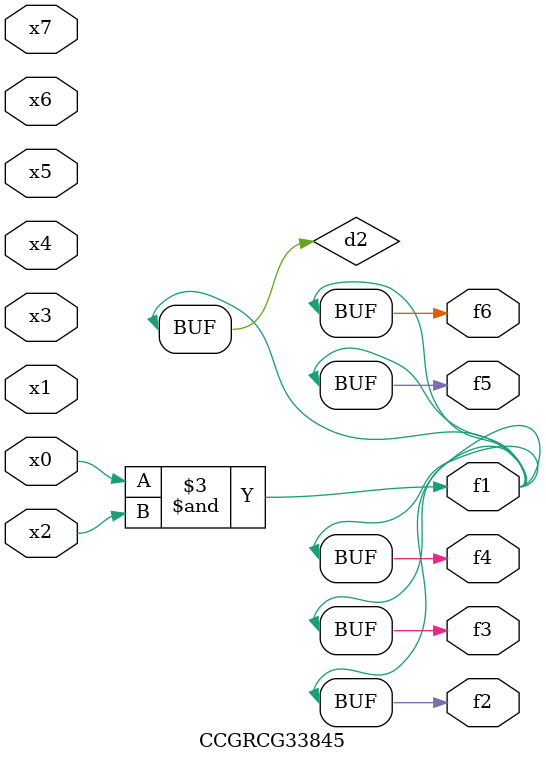
<source format=v>
module CCGRCG33845(
	input x0, x1, x2, x3, x4, x5, x6, x7,
	output f1, f2, f3, f4, f5, f6
);

	wire d1, d2;

	nor (d1, x3, x6);
	and (d2, x0, x2);
	assign f1 = d2;
	assign f2 = d2;
	assign f3 = d2;
	assign f4 = d2;
	assign f5 = d2;
	assign f6 = d2;
endmodule

</source>
